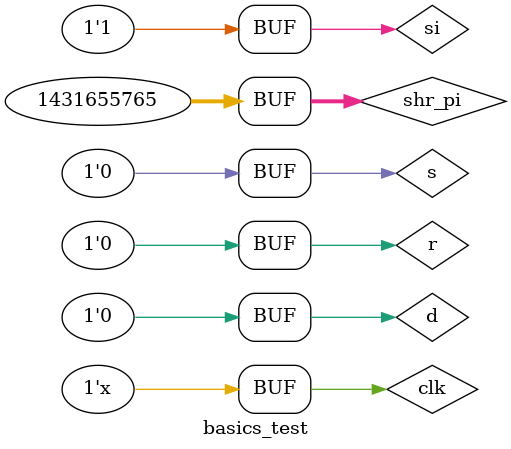
<source format=sv>


module basics_test();
    reg si;
    wire so;
    reg clk;
    reg r;
    reg [31:0] shr_q;
    reg s;
    reg [31:0] shr_pi;
    wire [31:0] shr_right_q;
    shr_ar shr(si, clk, r, s, shr_pi, so, shr_q);
    shr_right_ar shr_right(si, clk, r, s, shr_pi, so, shr_right_q);
    initial begin
        clk <= 0;
        s <= 0;
        si <= 1;
        r <= 1;
        shr_pi <= 32'h55555555;
        #1
        r <= 0;
        #10
        si <= 0;
        #10
        si <= 1;
        #10
        si <= 1;
        #320
        s <= 1;
        #10
        s <= 0;
    end
    always begin
        #5
        clk = ~clk;
    end
    reg d;
    wire q;
    dff d2(d, clk, q);
    initial begin 
        d <= 1;
        #10
        d <= 0;
    end
endmodule

</source>
